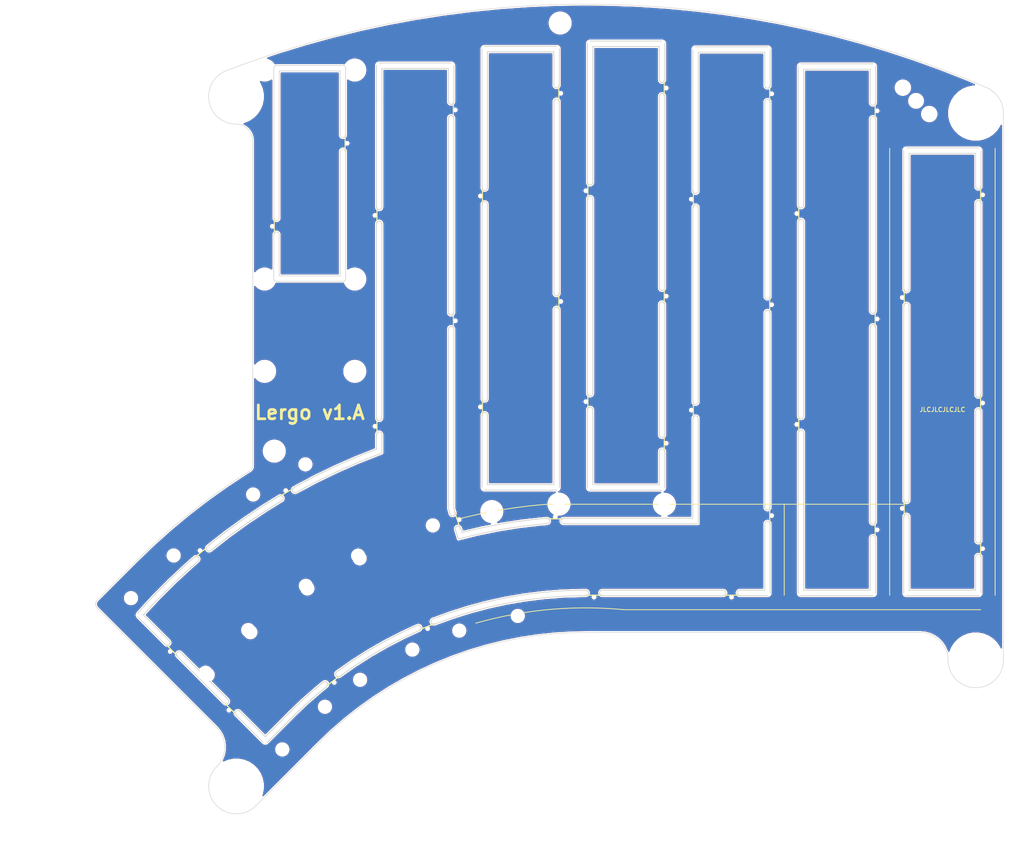
<source format=kicad_pcb>
(kicad_pcb (version 20171130) (host pcbnew 5.1.12-84ad8e8a86~92~ubuntu20.04.1)
  (title_block (title "Lergo top plate with rails, less routing") (date 2021-11-15) (rev v1.A) (company "Axel Voitier") (comment 1 "SPDX-License-Identifier: CERN-OHL-W-2.0") (comment 2 "Less routing variant") (comment 3 "Rail based layout variant"))
  (layers (0 F.Cu signal) (31 B.Cu signal) (34 B.Paste user hide) (35 F.Paste user hide) (36 B.SilkS user hide) (37 F.SilkS user) (38 B.Mask user hide) (39 F.Mask user hide) (44 Edge.Cuts user))
  (net 0 "")
  (module "Lergo Footprints:Pimoroni_Trackball" (layer F.Cu) (at 141.81562 120.590179 284.1)
    (fp_text reference REF**)
    (fp_text value Pimoroni_Trackball)
    (pad "" np_thru_hole circle (at 9.8 5.45 284.1) (size 2.2 2.2) (drill 2.2) (layers *.Cu *.Mask))
    (pad "" np_thru_hole circle (at -9.8 5.45 284.1) (size 2.2 2.2) (drill 2.2) (layers *.Cu *.Mask))
    (pad "" np_thru_hole circle (at 9.8 -5.45 284.1) (size 2.2 2.2) (drill 2.2) (layers *.Cu *.Mask))
    (pad "" smd circle (at -9.800001 -5.45 284.1) (size 1 1) (layers F.Cu F.Paste F.Mask))
  )
  (module "Lergo Footprints:Pimoroni_Trackball" (layer F.Cu) (at 120.825382 129.092101 300)
    (fp_text reference REF**)
    (fp_text value Pimoroni_Trackball)
    (pad "" np_thru_hole circle (at -9.8 -5.45 300) (size 2.2 2.2) (drill 2.2) (layers *.Cu *.Mask))
    (pad "" np_thru_hole circle (at 9.8 -5.45 300) (size 2.2 2.2) (drill 2.2) (layers *.Cu *.Mask))
    (pad "" np_thru_hole circle (at -9.8 5.45 300) (size 2.2 2.2) (drill 2.2) (layers *.Cu *.Mask))
    (pad "" np_thru_hole circle (at 9.8 5.45 300) (size 2.2 2.2) (drill 2.2) (layers *.Cu *.Mask))
  )
  (module "Lergo Footprints:Pimoroni_Trackball" (layer F.Cu) (at 103.869549 142.102768 315)
    (fp_text reference REF**)
    (fp_text value Pimoroni_Trackball)
    (pad "" np_thru_hole circle (at 9.8 5.45 315) (size 2.2 2.2) (drill 2.2) (layers *.Cu *.Mask))
    (pad "" np_thru_hole circle (at -9.8 5.45 315) (size 2.2 2.2) (drill 2.2) (layers *.Cu *.Mask))
    (pad "" np_thru_hole circle (at 9.8 -5.45 315) (size 2.2 2.2) (drill 2.2) (layers *.Cu *.Mask))
    (pad "" np_thru_hole circle (at -9.8 -5.45 315) (size 2.2 2.2) (drill 2.2) (layers *.Cu *.Mask))
  )
  (module "Lergo Footprints:Pimoroni_Trackball" (layer F.Cu) (at 90.399165 128.632384 135)
    (fp_text reference REF**)
    (fp_text value Pimoroni_Trackball)
    (pad "" np_thru_hole circle (at -9.8 -5.45 135) (size 2.2 2.2) (drill 2.2) (layers *.Cu *.Mask))
    (pad "" np_thru_hole circle (at 9.8 -5.45 135) (size 2.2 2.2) (drill 2.2) (layers *.Cu *.Mask))
    (pad "" np_thru_hole circle (at -9.8 5.45 135) (size 2.2 2.2) (drill 2.2) (layers *.Cu *.Mask))
    (pad "" np_thru_hole circle (at 9.8 5.45 135) (size 2.2 2.2) (drill 2.2) (layers *.Cu *.Mask))
  )
  (module "Lergo Footprints:Pimoroni_Trackball" (layer F.Cu) (at 111.300382 112.594317 300)
    (fp_text reference REF**)
    (fp_text value Pimoroni_Trackball)
    (pad "" np_thru_hole circle (at 9.8 5.45 300) (size 2.2 2.2) (drill 2.2) (layers *.Cu *.Mask))
    (pad "" np_thru_hole circle (at -9.8 5.45 300) (size 2.2 2.2) (drill 2.2) (layers *.Cu *.Mask))
    (pad "" np_thru_hole circle (at 9.8 -5.45 300) (size 2.2 2.2) (drill 2.2) (layers *.Cu *.Mask))
    (pad "" np_thru_hole circle (at -9.8 -5.45 300) (size 2.2 2.2) (drill 2.2) (layers *.Cu *.Mask))
  )
  (module "Lergo Footprints:CherryMX_Lergo_v1_TopPlate_2u_1u_Rail_End_Less_Routing" (layer F.Cu) (at 97.135413 135.364647 45)
    (fp_text reference SW2 hide)
    (fp_text value KEY_SWITCH hide)
    (fp_line (start -6 15.525) (end 0 15.525) (layer Edge.Cuts) (width 0.15))
    (fp_line (start -6.5 16.525) (end 0 16.525) (layer Edge.Cuts) (width 0.15))
    (fp_line (start -7 -16.025) (end -7 -9) (layer Edge.Cuts) (width 0.15))
    (fp_line (start -7 9) (end -7 16.025) (layer Edge.Cuts) (width 0.15))
    (fp_line (start -6 9) (end -6 15.525) (layer Edge.Cuts) (width 0.15))
    (fp_line (start -6 -15.525) (end -6 -9) (layer Edge.Cuts) (width 0.15))
    (fp_line (start -6 -6) (end -6 6) (layer Edge.Cuts) (width 0.15))
    (fp_line (start -7 -6) (end -7 6) (layer Edge.Cuts) (width 0.15))
    (fp_line (start -6.9 -9) (end -6.9 -6) (layer F.SilkS) (width 0.2))
    (fp_line (start -6.9 6) (end -6.9 9) (layer F.SilkS) (width 0.2))
    (fp_arc (start -6.5 -6) (end -6 -6) (angle -180) (layer Edge.Cuts) (width 0.15))
    (fp_arc (start -6.5 -9) (end -7 -9) (angle -180) (layer Edge.Cuts) (width 0.15))
    (fp_arc (start -6.5 9) (end -6 9) (angle -180) (layer Edge.Cuts) (width 0.15))
    (fp_arc (start -6.5 6) (end -7 6) (angle -180) (layer Edge.Cuts) (width 0.15))
    (fp_arc (start -6.5 -16.025) (end -6.5 -16.525) (angle -90) (layer Edge.Cuts) (width 0.15))
    (fp_arc (start -6.5 16.025) (end -7 16.025) (angle -90) (layer Edge.Cuts) (width 0.15))
    (pad "" np_thru_hole circle (at -7.25 7.5 135) (size 0.5 0.5) (drill 0.5) (layers *.Cu *.Mask))
    (pad "" np_thru_hole circle (at -7.25 -7.5 135) (size 0.5 0.5) (drill 0.5) (layers *.Cu *.Mask))
    (pad "" np_thru_hole circle (at -6.7 -16.225 45) (size 0.6 0.6) (drill 0.6) (layers *.Cu))
    (pad "" np_thru_hole circle (at -6.7 16.225 45) (size 0.6 0.6) (drill 0.6) (layers *.Cu))
  )
  (module "Lergo Footprints:Slot_Tab_1mm_2mm" (layer F.Cu) (at 107.940382 106.774626 30)
    (fp_text reference REF** hide)
    (fp_text value Slot_1.2mm_7.4.mm)
    (fp_line (start -1.5 -0.4) (end 1.5 -0.4) (layer F.SilkS) (width 0.2))
    (fp_arc (start 1.5 0) (end 1.5 -0.5) (angle -180) (layer Edge.Cuts) (width 0.15))
    (fp_arc (start -1.5 0) (end -1.5 0.5) (angle -180) (layer Edge.Cuts) (width 0.15))
    (pad "" np_thru_hole circle (at 0 -0.75 120) (size 0.5 0.5) (drill 0.5) (layers *.Cu *.Mask))
  )
  (module "Lergo Footprints:Slot_Tab_1mm_2mm" (layer F.Cu) (at 92.570723 117.536577 40)
    (fp_text reference REF** hide)
    (fp_text value Slot_1.2mm_7.4.mm)
    (fp_line (start -1.5 -0.4) (end 1.5 -0.4) (layer F.SilkS) (width 0.2))
    (fp_arc (start 1.5 0) (end 1.5 -0.5) (angle -180) (layer Edge.Cuts) (width 0.15))
    (fp_arc (start -1.5 0) (end -1.5 0.5) (angle -180) (layer Edge.Cuts) (width 0.15))
    (pad "" np_thru_hole circle (at 0 -0.75 130) (size 0.5 0.5) (drill 0.5) (layers *.Cu *.Mask))
  )
  (module "Lergo Footprints:Slot_Tab_1mm_2mm" (layer F.Cu) (at 132.915618 130.356181 202.5)
    (fp_text reference REF** hide)
    (fp_text value Slot_1.2mm_7.4.mm)
    (fp_line (start -1.5 -0.4) (end 1.5 -0.4) (layer F.SilkS) (width 0.2))
    (fp_arc (start 1.5 0) (end 1.5 -0.5) (angle -180) (layer Edge.Cuts) (width 0.15))
    (fp_arc (start -1.5 0) (end -1.5 0.5) (angle -180) (layer Edge.Cuts) (width 0.15))
    (pad "" np_thru_hole circle (at 0 -0.75 292.5) (size 0.5 0.5) (drill 0.5) (layers *.Cu *.Mask))
  )
  (module "Lergo Footprints:Slot_Tab_1mm_2mm" (layer F.Cu) (at 163.260001 124.620001 180)
    (fp_text reference REF** hide)
    (fp_text value Slot_1.2mm_7.4.mm)
    (fp_line (start -1.5 -0.4) (end 1.5 -0.4) (layer F.SilkS) (width 0.2))
    (fp_arc (start 1.5 0) (end 1.5 -0.5) (angle -180) (layer Edge.Cuts) (width 0.15))
    (fp_arc (start -1.5 0) (end -1.5 0.5) (angle -180) (layer Edge.Cuts) (width 0.15))
    (pad "" np_thru_hole circle (at 0 -0.75 270) (size 0.5 0.5) (drill 0.5) (layers *.Cu *.Mask))
  )
  (module "Lergo Footprints:Slot_Tab_1mm_2mm" (layer F.Cu) (at 115.874989 140.194592 217.5)
    (fp_text reference REF** hide)
    (fp_text value Slot_1.2mm_7.4.mm)
    (fp_line (start -1.5 -0.4) (end 1.5 -0.4) (layer F.SilkS) (width 0.2))
    (fp_arc (start 1.5 0) (end 1.5 -0.5) (angle -180) (layer Edge.Cuts) (width 0.15))
    (fp_arc (start -1.5 0) (end -1.5 0.5) (angle -180) (layer Edge.Cuts) (width 0.15))
    (pad "" np_thru_hole circle (at 0 -0.75 307.5) (size 0.5 0.5) (drill 0.5) (layers *.Cu *.Mask))
  )
  (module "Lergo Footprints:Slot_Tab_1mm_2mm" (layer F.Cu) (at 124.45 94.51 90)
    (fp_text reference REF** hide)
    (fp_text value Slot_1.2mm_7.4.mm)
    (fp_line (start -1.5 -0.4) (end 1.5 -0.4) (layer F.SilkS) (width 0.2))
    (fp_arc (start 1.5 0) (end 1.5 -0.5) (angle -180) (layer Edge.Cuts) (width 0.15))
    (fp_arc (start -1.5 0) (end -1.5 0.5) (angle -180) (layer Edge.Cuts) (width 0.15))
    (pad "" np_thru_hole circle (at 0 -0.75 180) (size 0.5 0.5) (drill 0.5) (layers *.Cu *.Mask))
  )
  (module "Lergo Footprints:Slot_Tab_1mm_2mm" (layer F.Cu) (at 138.2 111.61 289)
    (fp_text reference REF** hide)
    (fp_text value Slot_1.2mm_7.4.mm)
    (fp_line (start -1.5 -0.4) (end 1.5 -0.4) (layer F.SilkS) (width 0.2))
    (fp_arc (start 1.5 0) (end 1.5 -0.5) (angle -180) (layer Edge.Cuts) (width 0.15))
    (fp_arc (start -1.5 0) (end -1.5 0.5) (angle -180) (layer Edge.Cuts) (width 0.15))
    (pad "" np_thru_hole circle (at 0 -0.75 19) (size 0.5 0.5) (drill 0.5) (layers *.Cu *.Mask))
  )
  (module "Lergo Footprints:Slot_Tab_1mm_2mm" (layer F.Cu) (at 137.45 75.46 270)
    (fp_text reference REF** hide)
    (fp_text value Slot_1.2mm_7.4.mm)
    (fp_line (start -1.5 -0.4) (end 1.5 -0.4) (layer F.SilkS) (width 0.2))
    (fp_arc (start 1.5 0) (end 1.5 -0.5) (angle -180) (layer Edge.Cuts) (width 0.15))
    (fp_arc (start -1.5 0) (end -1.5 0.5) (angle -180) (layer Edge.Cuts) (width 0.15))
    (pad "" np_thru_hole circle (at 0 -0.75) (size 0.5 0.5) (drill 0.5) (layers *.Cu *.Mask))
  )
  (module "Lergo Footprints:Slot_Tab_1mm_2mm" (layer F.Cu) (at 124.45 56.41 90)
    (fp_text reference REF** hide)
    (fp_text value Slot_1.2mm_7.4.mm)
    (fp_line (start -1.5 -0.4) (end 1.5 -0.4) (layer F.SilkS) (width 0.2))
    (fp_arc (start 1.5 0) (end 1.5 -0.5) (angle -180) (layer Edge.Cuts) (width 0.15))
    (fp_arc (start -1.5 0) (end -1.5 0.5) (angle -180) (layer Edge.Cuts) (width 0.15))
    (pad "" np_thru_hole circle (at 0 -0.75 180) (size 0.5 0.5) (drill 0.5) (layers *.Cu *.Mask))
  )
  (module "Lergo Footprints:Slot_Tab_1mm_2mm" (layer F.Cu) (at 137.45 37.36 270)
    (fp_text reference REF** hide)
    (fp_text value Slot_1.2mm_7.4.mm)
    (fp_line (start -1.5 -0.4) (end 1.5 -0.4) (layer F.SilkS) (width 0.2))
    (fp_arc (start 1.5 0) (end 1.5 -0.5) (angle -180) (layer Edge.Cuts) (width 0.15))
    (fp_arc (start -1.5 0) (end -1.5 0.5) (angle -180) (layer Edge.Cuts) (width 0.15))
    (pad "" np_thru_hole circle (at 0 -0.75) (size 0.5 0.5) (drill 0.5) (layers *.Cu *.Mask))
  )
  (module "Lergo Footprints:Slot_Tab_1mm_2mm" (layer F.Cu) (at 156.26 111.62)
    (fp_text reference REF** hide)
    (fp_text value Slot_1.2mm_7.4.mm)
    (fp_line (start -1.5 -0.4) (end 1.5 -0.4) (layer F.SilkS) (width 0.2))
    (fp_arc (start 1.5 0) (end 1.5 -0.5) (angle -180) (layer Edge.Cuts) (width 0.15))
    (fp_arc (start -1.5 0) (end -1.5 0.5) (angle -180) (layer Edge.Cuts) (width 0.15))
    (pad "" np_thru_hole circle (at 0 -0.75 90) (size 0.5 0.5) (drill 0.5) (layers *.Cu *.Mask))
  )
  (module "Lergo Footprints:Slot_Tab_1mm_2mm" (layer F.Cu) (at 188.1 124.62 180)
    (fp_text reference REF** hide)
    (fp_text value Slot_1.2mm_7.4.mm)
    (fp_line (start -1.5 -0.4) (end 1.5 -0.4) (layer F.SilkS) (width 0.2))
    (fp_arc (start 1.5 0) (end 1.5 -0.5) (angle -180) (layer Edge.Cuts) (width 0.15))
    (fp_arc (start -1.5 0) (end -1.5 0.5) (angle -180) (layer Edge.Cuts) (width 0.15))
    (pad "" np_thru_hole circle (at 0 -0.75 270) (size 0.5 0.5) (drill 0.5) (layers *.Cu *.Mask))
  )
  (module "Lergo Footprints:Slot_Tab_1mm_2mm" (layer F.Cu) (at 181.6 91.59 90)
    (fp_text reference REF** hide)
    (fp_text value Slot_1.2mm_7.4.mm)
    (fp_line (start -1.5 -0.4) (end 1.5 -0.4) (layer F.SilkS) (width 0.2))
    (fp_arc (start 1.5 0) (end 1.5 -0.5) (angle -180) (layer Edge.Cuts) (width 0.15))
    (fp_arc (start -1.5 0) (end -1.5 0.5) (angle -180) (layer Edge.Cuts) (width 0.15))
    (pad "" np_thru_hole circle (at 0 -0.75 180) (size 0.5 0.5) (drill 0.5) (layers *.Cu *.Mask))
  )
  (module "Lergo Footprints:Slot_Tab_1mm_2mm" (layer F.Cu) (at 194.6 110.64 270)
    (fp_text reference REF** hide)
    (fp_text value Slot_1.2mm_7.4.mm)
    (fp_line (start -1.5 -0.4) (end 1.5 -0.4) (layer F.SilkS) (width 0.2))
    (fp_arc (start 1.5 0) (end 1.5 -0.5) (angle -180) (layer Edge.Cuts) (width 0.15))
    (fp_arc (start -1.5 0) (end -1.5 0.5) (angle -180) (layer Edge.Cuts) (width 0.15))
    (pad "" np_thru_hole circle (at 0 -0.75) (size 0.5 0.5) (drill 0.5) (layers *.Cu *.Mask))
  )
  (module "Lergo Footprints:Slot_Tab_1mm_2mm" (layer F.Cu) (at 194.6 72.54 270)
    (fp_text reference REF** hide)
    (fp_text value Slot_1.2mm_7.4.mm)
    (fp_line (start -1.5 -0.4) (end 1.5 -0.4) (layer F.SilkS) (width 0.2))
    (fp_arc (start 1.5 0) (end 1.5 -0.5) (angle -180) (layer Edge.Cuts) (width 0.15))
    (fp_arc (start -1.5 0) (end -1.5 0.5) (angle -180) (layer Edge.Cuts) (width 0.15))
    (pad "" np_thru_hole circle (at 0 -0.75) (size 0.5 0.5) (drill 0.5) (layers *.Cu *.Mask))
  )
  (module "Lergo Footprints:Slot_Tab_1mm_2mm" (layer F.Cu) (at 181.6 53.49 90)
    (fp_text reference REF** hide)
    (fp_text value Slot_1.2mm_7.4.mm)
    (fp_line (start -1.5 -0.4) (end 1.5 -0.4) (layer F.SilkS) (width 0.2))
    (fp_arc (start 1.5 0) (end 1.5 -0.5) (angle -180) (layer Edge.Cuts) (width 0.15))
    (fp_arc (start -1.5 0) (end -1.5 0.5) (angle -180) (layer Edge.Cuts) (width 0.15))
    (pad "" np_thru_hole circle (at 0 -0.75 180) (size 0.5 0.5) (drill 0.5) (layers *.Cu *.Mask))
  )
  (module "Lergo Footprints:Slot_Tab_1mm_2mm" (layer F.Cu) (at 194.6 34.44 270)
    (fp_text reference REF** hide)
    (fp_text value Slot_1.2mm_7.4.mm)
    (fp_line (start -1.5 -0.4) (end 1.5 -0.4) (layer F.SilkS) (width 0.2))
    (fp_arc (start 1.5 0) (end 1.5 -0.5) (angle -180) (layer Edge.Cuts) (width 0.15))
    (fp_arc (start -1.5 0) (end -1.5 0.5) (angle -180) (layer Edge.Cuts) (width 0.15))
    (pad "" np_thru_hole circle (at 0 -0.75) (size 0.5 0.5) (drill 0.5) (layers *.Cu *.Mask))
  )
  (module "Lergo Footprints:Slot_Tab_1mm_2mm" (layer F.Cu) (at 143.5 91.01 90)
    (fp_text reference REF** hide)
    (fp_text value Slot_1.2mm_7.4.mm)
    (fp_line (start -1.5 -0.4) (end 1.5 -0.4) (layer F.SilkS) (width 0.2))
    (fp_arc (start 1.5 0) (end 1.5 -0.5) (angle -180) (layer Edge.Cuts) (width 0.15))
    (fp_arc (start -1.5 0) (end -1.5 0.5) (angle -180) (layer Edge.Cuts) (width 0.15))
    (pad "" np_thru_hole circle (at 0 -0.75 180) (size 0.5 0.5) (drill 0.5) (layers *.Cu *.Mask))
  )
  (module "Lergo Footprints:Slot_Tab_1mm_2mm" (layer F.Cu) (at 156.5 71.96 270)
    (fp_text reference REF** hide)
    (fp_text value Slot_1.2mm_7.4.mm)
    (fp_line (start -1.5 -0.4) (end 1.5 -0.4) (layer F.SilkS) (width 0.2))
    (fp_arc (start 1.5 0) (end 1.5 -0.5) (angle -180) (layer Edge.Cuts) (width 0.15))
    (fp_arc (start -1.5 0) (end -1.5 0.5) (angle -180) (layer Edge.Cuts) (width 0.15))
    (pad "" np_thru_hole circle (at 0 -0.75) (size 0.5 0.5) (drill 0.5) (layers *.Cu *.Mask))
  )
  (module "Lergo Footprints:Slot_Tab_1mm_2mm" (layer F.Cu) (at 143.5 52.91 90)
    (fp_text reference REF** hide)
    (fp_text value Slot_1.2mm_7.4.mm)
    (fp_line (start -1.5 -0.4) (end 1.5 -0.4) (layer F.SilkS) (width 0.2))
    (fp_arc (start 1.5 0) (end 1.5 -0.5) (angle -180) (layer Edge.Cuts) (width 0.15))
    (fp_arc (start -1.5 0) (end -1.5 0.5) (angle -180) (layer Edge.Cuts) (width 0.15))
    (pad "" np_thru_hole circle (at 0 -0.75 180) (size 0.5 0.5) (drill 0.5) (layers *.Cu *.Mask))
  )
  (module "Lergo Footprints:Slot_Tab_1mm_2mm" (layer F.Cu) (at 156.5 34.36 270)
    (fp_text reference REF** hide)
    (fp_text value Slot_1.2mm_7.4.mm)
    (fp_line (start -1.5 -0.4) (end 1.5 -0.4) (layer F.SilkS) (width 0.2))
    (fp_arc (start 1.5 0) (end 1.5 -0.5) (angle -180) (layer Edge.Cuts) (width 0.15))
    (fp_arc (start -1.5 0) (end -1.5 0.5) (angle -180) (layer Edge.Cuts) (width 0.15))
    (pad "" np_thru_hole circle (at 0 -0.75) (size 0.5 0.5) (drill 0.5) (layers *.Cu *.Mask))
  )
  (module "Lergo Footprints:Slot_Tab_1mm_2mm" (layer F.Cu) (at 162.55 90.05 90)
    (fp_text reference REF** hide)
    (fp_text value Slot_1.2mm_7.4.mm)
    (fp_line (start -1.5 -0.4) (end 1.5 -0.4) (layer F.SilkS) (width 0.2))
    (fp_arc (start 1.5 0) (end 1.5 -0.5) (angle -180) (layer Edge.Cuts) (width 0.15))
    (fp_arc (start -1.5 0) (end -1.5 0.5) (angle -180) (layer Edge.Cuts) (width 0.15))
    (pad "" np_thru_hole circle (at 0 -0.75 180) (size 0.5 0.5) (drill 0.5) (layers *.Cu *.Mask))
  )
  (module "Lergo Footprints:Slot_Tab_1mm_2mm" (layer F.Cu) (at 175.55 97.57 270)
    (fp_text reference REF** hide)
    (fp_text value Slot_1.2mm_7.4.mm)
    (fp_line (start -1.5 -0.4) (end 1.5 -0.4) (layer F.SilkS) (width 0.2))
    (fp_arc (start 1.5 0) (end 1.5 -0.5) (angle -180) (layer Edge.Cuts) (width 0.15))
    (fp_arc (start -1.5 0) (end -1.5 0.5) (angle -180) (layer Edge.Cuts) (width 0.15))
    (pad "" np_thru_hole circle (at 0 -0.75) (size 0.5 0.5) (drill 0.5) (layers *.Cu *.Mask))
  )
  (module "Lergo Footprints:Slot_Tab_1mm_2mm" (layer F.Cu) (at 175.55 71 270)
    (fp_text reference REF** hide)
    (fp_text value Slot_1.2mm_7.4.mm)
    (fp_line (start -1.5 -0.4) (end 1.5 -0.4) (layer F.SilkS) (width 0.2))
    (fp_arc (start 1.5 0) (end 1.5 -0.5) (angle -180) (layer Edge.Cuts) (width 0.15))
    (fp_arc (start -1.5 0) (end -1.5 0.5) (angle -180) (layer Edge.Cuts) (width 0.15))
    (pad "" np_thru_hole circle (at 0 -0.75) (size 0.5 0.5) (drill 0.5) (layers *.Cu *.Mask))
  )
  (module "Lergo Footprints:Slot_Tab_1mm_2mm" (layer F.Cu) (at 162.55 51.95 90)
    (fp_text reference REF** hide)
    (fp_text value Slot_1.2mm_7.4.mm)
    (fp_line (start -1.5 -0.4) (end 1.5 -0.4) (layer F.SilkS) (width 0.2))
    (fp_arc (start 1.5 0) (end 1.5 -0.5) (angle -180) (layer Edge.Cuts) (width 0.15))
    (fp_arc (start -1.5 0) (end -1.5 0.5) (angle -180) (layer Edge.Cuts) (width 0.15))
    (pad "" np_thru_hole circle (at 0 -0.75 180) (size 0.5 0.5) (drill 0.5) (layers *.Cu *.Mask))
  )
  (module "Lergo Footprints:Slot_Tab_1mm_2mm" (layer F.Cu) (at 175.55 33.4 270)
    (fp_text reference REF** hide)
    (fp_text value Slot_1.2mm_7.4.mm)
    (fp_line (start -1.5 -0.4) (end 1.5 -0.4) (layer F.SilkS) (width 0.2))
    (fp_arc (start 1.5 0) (end 1.5 -0.5) (angle -180) (layer Edge.Cuts) (width 0.15))
    (fp_arc (start -1.5 0) (end -1.5 0.5) (angle -180) (layer Edge.Cuts) (width 0.15))
    (pad "" np_thru_hole circle (at 0 -0.75) (size 0.5 0.5) (drill 0.5) (layers *.Cu *.Mask))
  )
  (module "Lergo Footprints:Slot_Tab_1mm_2mm" (layer F.Cu) (at 200.65 94.17 90)
    (fp_text reference REF** hide)
    (fp_text value Slot_1.2mm_7.4.mm)
    (fp_line (start -1.5 -0.4) (end 1.5 -0.4) (layer F.SilkS) (width 0.2))
    (fp_arc (start 1.5 0) (end 1.5 -0.5) (angle -180) (layer Edge.Cuts) (width 0.15))
    (fp_arc (start -1.5 0) (end -1.5 0.5) (angle -180) (layer Edge.Cuts) (width 0.15))
    (pad "" np_thru_hole circle (at 0 -0.75 180) (size 0.5 0.5) (drill 0.5) (layers *.Cu *.Mask))
  )
  (module "Lergo Footprints:Slot_Tab_1mm_2mm" (layer F.Cu) (at 200.65 56.07 90)
    (fp_text reference REF** hide)
    (fp_text value Slot_1.2mm_7.4.mm)
    (fp_line (start -1.5 -0.4) (end 1.5 -0.4) (layer F.SilkS) (width 0.2))
    (fp_arc (start 1.5 0) (end 1.5 -0.5) (angle -180) (layer Edge.Cuts) (width 0.15))
    (fp_arc (start -1.5 0) (end -1.5 0.5) (angle -180) (layer Edge.Cuts) (width 0.15))
    (pad "" np_thru_hole circle (at 0 -0.75 180) (size 0.5 0.5) (drill 0.5) (layers *.Cu *.Mask))
  )
  (module "Lergo Footprints:Slot_Tab_1mm_2mm" (layer F.Cu) (at 213.65 113.22 270)
    (fp_text reference REF** hide)
    (fp_text value Slot_1.2mm_7.4.mm)
    (fp_line (start -1.5 -0.4) (end 1.5 -0.4) (layer F.SilkS) (width 0.2))
    (fp_arc (start 1.5 0) (end 1.5 -0.5) (angle -180) (layer Edge.Cuts) (width 0.15))
    (fp_arc (start -1.5 0) (end -1.5 0.5) (angle -180) (layer Edge.Cuts) (width 0.15))
    (pad "" np_thru_hole circle (at 0 -0.75) (size 0.5 0.5) (drill 0.5) (layers *.Cu *.Mask))
  )
  (module "Lergo Footprints:Slot_Tab_1mm_2mm" (layer F.Cu) (at 213.65 75.12 270)
    (fp_text reference REF** hide)
    (fp_text value Slot_1.2mm_7.4.mm)
    (fp_line (start -1.5 -0.4) (end 1.5 -0.4) (layer F.SilkS) (width 0.2))
    (fp_arc (start 1.5 0) (end 1.5 -0.5) (angle -180) (layer Edge.Cuts) (width 0.15))
    (fp_arc (start -1.5 0) (end -1.5 0.5) (angle -180) (layer Edge.Cuts) (width 0.15))
    (pad "" np_thru_hole circle (at 0 -0.75) (size 0.5 0.5) (drill 0.5) (layers *.Cu *.Mask))
  )
  (module "Lergo Footprints:Slot_Tab_1mm_2mm" (layer F.Cu) (at 213.65 37.52 270)
    (fp_text reference REF** hide)
    (fp_text value Slot_1.2mm_7.4.mm)
    (fp_line (start -1.5 -0.4) (end 1.5 -0.4) (layer F.SilkS) (width 0.2))
    (fp_arc (start 1.5 0) (end 1.5 -0.5) (angle -180) (layer Edge.Cuts) (width 0.15))
    (fp_arc (start -1.5 0) (end -1.5 0.5) (angle -180) (layer Edge.Cuts) (width 0.15))
    (pad "" np_thru_hole circle (at 0 -0.75) (size 0.5 0.5) (drill 0.5) (layers *.Cu *.Mask))
  )
  (module "Lergo Footprints:Slot_Tab_1mm_2mm" (layer F.Cu) (at 232.7 116.62 270)
    (fp_text reference REF** hide)
    (fp_text value Slot_1.2mm_7.4.mm)
    (fp_line (start -1.5 -0.4) (end 1.5 -0.4) (layer F.SilkS) (width 0.2))
    (fp_arc (start 1.5 0) (end 1.5 -0.5) (angle -180) (layer Edge.Cuts) (width 0.15))
    (fp_arc (start -1.5 0) (end -1.5 0.5) (angle -180) (layer Edge.Cuts) (width 0.15))
    (pad "" np_thru_hole circle (at 0 -0.75) (size 0.5 0.5) (drill 0.5) (layers *.Cu *.Mask))
  )
  (module "Lergo Footprints:Slot_Tab_1mm_2mm" (layer F.Cu) (at 219.7 109.35 90)
    (fp_text reference REF** hide)
    (fp_text value Slot_1.2mm_7.4.mm)
    (fp_line (start -1.5 -0.4) (end 1.5 -0.4) (layer F.SilkS) (width 0.2))
    (fp_arc (start 1.5 0) (end 1.5 -0.5) (angle -180) (layer Edge.Cuts) (width 0.15))
    (fp_arc (start -1.5 0) (end -1.5 0.5) (angle -180) (layer Edge.Cuts) (width 0.15))
    (pad "" np_thru_hole circle (at 0 -0.75 180) (size 0.5 0.5) (drill 0.5) (layers *.Cu *.Mask))
  )
  (module "Lergo Footprints:Slot_Tab_1mm_2mm" (layer F.Cu) (at 219.7 71.25 90)
    (fp_text reference REF** hide)
    (fp_text value Slot_1.2mm_7.4.mm)
    (fp_line (start -1.5 -0.4) (end 1.5 -0.4) (layer F.SilkS) (width 0.2))
    (fp_arc (start 1.5 0) (end 1.5 -0.5) (angle -180) (layer Edge.Cuts) (width 0.15))
    (fp_arc (start -1.5 0) (end -1.5 0.5) (angle -180) (layer Edge.Cuts) (width 0.15))
    (pad "" np_thru_hole circle (at 0 -0.75 180) (size 0.5 0.5) (drill 0.5) (layers *.Cu *.Mask))
  )
  (module "Lergo Footprints:Slot_Tab_1mm_2mm" (layer F.Cu) (at 232.7 90.3 270)
    (fp_text reference REF** hide)
    (fp_text value Slot_1.2mm_7.4.mm)
    (fp_line (start -1.5 -0.4) (end 1.5 -0.4) (layer F.SilkS) (width 0.2))
    (fp_arc (start 1.5 0) (end 1.5 -0.5) (angle -180) (layer Edge.Cuts) (width 0.15))
    (fp_arc (start -1.5 0) (end -1.5 0.5) (angle -180) (layer Edge.Cuts) (width 0.15))
    (pad "" np_thru_hole circle (at 0 -0.75) (size 0.5 0.5) (drill 0.5) (layers *.Cu *.Mask))
  )
  (module "Lergo Footprints:Slot_Tab_1mm_2mm" (layer F.Cu) (at 232.7 52.7 270)
    (fp_text reference REF** hide)
    (fp_text value Slot_1.2mm_7.4.mm)
    (fp_line (start -1.5 -0.4) (end 1.5 -0.4) (layer F.SilkS) (width 0.2))
    (fp_arc (start 1.5 0) (end 1.5 -0.5) (angle -180) (layer Edge.Cuts) (width 0.15))
    (fp_arc (start -1.5 0) (end -1.5 0.5) (angle -180) (layer Edge.Cuts) (width 0.15))
    (pad "" np_thru_hole circle (at 0 -0.75) (size 0.5 0.5) (drill 0.5) (layers *.Cu *.Mask))
  )
  (module "Lergo Footprints:Arduino_ProMicro_Lergo_v1_TopPlate_Less_Routing" (layer F.Cu) (at 111.9 58.3875)
    (fp_text reference SW2 hide)
    (fp_text value "PRO MICRO" hide)
    (fp_line (start 5.5 -13.5) (end 5.5 8.94) (layer Edge.Cuts) (width 0.12))
    (fp_line (start 6.5 -28.56) (end 6.5 -16.5) (layer Edge.Cuts) (width 0.12))
    (fp_line (start -6.5 -1.5) (end -6.5 -28.56) (layer Edge.Cuts) (width 0.12))
    (fp_line (start -5.5 -1.5) (end -5.5 -28.06) (layer Edge.Cuts) (width 0.12))
    (fp_line (start -6.5 9.44) (end -6.5 1.5) (layer Edge.Cuts) (width 0.12))
    (fp_line (start 6 9.94) (end -6 9.94) (layer Edge.Cuts) (width 0.12))
    (fp_line (start 6.5 -13.5) (end 6.5 9.44) (layer Edge.Cuts) (width 0.12))
    (fp_line (start -6 -29.06) (end 6 -29.06) (layer Edge.Cuts) (width 0.12))
    (fp_line (start -5.5 -28.06) (end 5.5 -28.06) (layer Edge.Cuts) (width 0.12))
    (fp_line (start 5.5 -28.06) (end 5.5 -16.5) (layer Edge.Cuts) (width 0.12))
    (fp_line (start -5.5 8.94) (end -5.5 1.5) (layer Edge.Cuts) (width 0.12))
    (fp_line (start 5.5 8.94) (end -5.5 8.94) (layer Edge.Cuts) (width 0.12))
    (fp_line (start 6.4 -16.5) (end 6.4 -13.5) (layer F.SilkS) (width 0.2))
    (fp_line (start -6.4 -1.5) (end -6.4 1.5) (layer F.SilkS) (width 0.2))
    (fp_arc (start 6 -13.5) (end 6.5 -13.5) (angle -180) (layer Edge.Cuts) (width 0.12))
    (fp_arc (start 6 -16.5) (end 5.5 -16.5) (angle -180) (layer Edge.Cuts) (width 0.12))
    (fp_arc (start -6 1.5) (end -5.5 1.5) (angle -180) (layer Edge.Cuts) (width 0.12))
    (fp_arc (start -6 -1.5) (end -6.5 -1.5) (angle -180) (layer Edge.Cuts) (width 0.12))
    (fp_arc (start 6 -28.56) (end 6.5 -28.56) (angle -90) (layer Edge.Cuts) (width 0.12))
    (fp_arc (start -6 -28.56) (end -6 -29.06) (angle -90) (layer Edge.Cuts) (width 0.12))
    (fp_arc (start -6 9.44) (end -6.5 9.44) (angle -90) (layer Edge.Cuts) (width 0.12))
    (fp_arc (start 6 9.44) (end 6 9.94) (angle -90) (layer Edge.Cuts) (width 0.12))
    (pad "" np_thru_hole circle (at 6.75 -15 90) (size 0.5 0.5) (drill 0.5) (layers *.Cu *.Mask))
    (pad "" np_thru_hole circle (at -6.75 0 90) (size 0.5 0.5) (drill 0.5) (layers *.Cu *.Mask))
    (pad "" np_thru_hole circle (at -8.14375 26.19375) (size 2 2) (drill 2) (layers *.Cu *.Mask) (clearance 1.1))
    (pad "" np_thru_hole circle (at 8.14375 -28.23) (size 2 2) (drill 2) (layers *.Cu *.Mask) (clearance 1.1))
    (pad "" np_thru_hole circle (at 8.14375 9.525) (size 2 2) (drill 2) (layers *.Cu *.Mask) (clearance 1.1))
    (pad "" np_thru_hole circle (at -8.14375 9.525) (size 2 2) (drill 2) (layers *.Cu *.Mask) (clearance 1.1))
    (pad "" np_thru_hole circle (at -8.14375 -28.23) (size 2 2) (drill 2) (layers *.Cu *.Mask) (clearance 1.1))
    (pad "" np_thru_hole circle (at 8.14375 26.19375) (size 2 2) (drill 2) (layers *.Cu *.Mask) (clearance 1.1))
  )
  (module "Lergo Footprints:M5_with_washer" (layer F.Cu) (at 98.638899 34.932171)
    (fp_text reference REF** hide)
    (fp_text value MountingHole_2.2mm_M2_ISO14580)
    (pad "" np_thru_hole circle (at 0 0) (size 5.3 5.3) (drill 5.3) (layers *.Cu *.Mask) (clearance 2.35))
  )
  (module "Lergo Footprints:M5_with_washer" (layer F.Cu) (at 98.638899 159.529137)
    (fp_text reference REF** hide)
    (fp_text value MountingHole_2.2mm_M2_ISO14580)
    (pad "" np_thru_hole circle (at 0 0) (size 5.3 5.3) (drill 5.3) (layers *.Cu *.Mask) (clearance 2.35))
  )
  (module "Lergo Footprints:M5_with_washer" (layer F.Cu) (at 232.220381 136.74)
    (fp_text reference REF** hide)
    (fp_text value MountingHole_2.2mm_M2_ISO14580)
    (pad "" np_thru_hole circle (at 0 0) (size 5.3 5.3) (drill 5.3) (layers *.Cu *.Mask) (clearance 2.35))
  )
  (module "Lergo Footprints:M5_with_washer" (layer F.Cu) (at 232.220381 37.928844)
    (fp_text reference REF** hide)
    (fp_text value MountingHole_2.2mm_M2_ISO14580)
    (pad "" np_thru_hole circle (at 0 0) (size 5.3 5.3) (drill 5.3) (layers *.Cu *.Mask) (clearance 2.35))
  )
  (module "Lergo Footprints:JLCBCB_OrderNumber" (layer F.Cu) (at 226.2 91.5)
    (fp_text reference JLCJLCJLCJLC (at 0 0) (layer F.SilkS) (effects (font (size 0.8 0.8))))
    (fp_text value JLCBCB_OrderNumber)
  )
  (module "Lergo Footprints:M2_with_washer" (layer F.Cu) (at 175.97375 108.595)
    (fp_text reference REF** hide)
    (fp_text value MountingHole_2.2mm_M2_ISO14580)
    (pad "" np_thru_hole circle (at 0 0) (size 2 2) (drill 2) (layers *.Cu *.Mask) (clearance 1.1))
  )
  (module "Lergo Footprints:M2_with_washer" (layer F.Cu) (at 156.92375 108.575)
    (fp_text reference REF** hide)
    (fp_text value MountingHole_2.2mm_M2_ISO14580)
    (pad "" np_thru_hole circle (at 0 0) (size 2 2) (drill 2) (layers *.Cu *.Mask) (clearance 1.1))
  )
  (module "Lergo Footprints:M2_with_washer" (layer F.Cu) (at 144.793444 109.920811)
    (fp_text reference REF** hide)
    (fp_text value MountingHole_2.2mm_M2_ISO14580)
    (pad "" np_thru_hole circle (at 0 0) (size 2 2) (drill 2) (layers *.Cu *.Mask) (clearance 1.1))
  )
  (module "Lergo Footprints:M2_with_washer" (layer F.Cu) (at 105.5 99)
    (fp_text reference REF** hide)
    (fp_text value MountingHole_2.2mm_M2_ISO14580)
    (pad "" np_thru_hole circle (at 0 0) (size 2 2) (drill 2) (layers *.Cu *.Mask) (clearance 1.1))
  )
  (module "Lergo Footprints:M2_with_washer" (layer F.Cu) (at 157.14375 21.659375)
    (fp_text reference REF** hide)
    (fp_text value MountingHole_2.2mm_M2_ISO14580)
    (pad "" np_thru_hole circle (at 0 0) (size 2 2) (drill 2) (layers *.Cu *.Mask) (clearance 1.1))
  )
  (module "Lergo Footprints:CherryMX_Lergo_v1_TopPlate_1u_Rail_Helper" (layer F.Cu) (at 140.570866 120.913253 15)
    (fp_text reference SW2 hide)
    (fp_text value KEY_SWITCH hide)
  )
  (module "Lergo Footprints:SK6812_Bit_Bottom" (layer F.Cu) (at 221.4375 35.721875)
    (fp_text reference SW2 hide)
    (fp_text value KEY_SWITCH hide)
    (pad "" np_thru_hole circle (at 2.38125 2.38125) (size 1.2 1.2) (drill 1.2) (layers *.Cu *.Mask) (clearance 0.9))
    (pad "" np_thru_hole circle (at -2.38125 -2.38125) (size 1.2 1.2) (drill 1.2) (layers *.Cu *.Mask) (clearance 0.9))
    (pad "" np_thru_hole circle (at 0 0) (size 2.5 2.5) (drill 2.5) (layers *.Cu *.Mask))
  )
  (module "Lergo Footprints:CherryMX_Lergo_v1_TopPlate_1u_Rail_End_Less_Routing" (layer F.Cu) (at 150 99.05 180)
    (fp_text reference SW2 hide)
    (fp_text value KEY_SWITCH hide)
    (fp_line (start 6 0) (end 6 -6) (layer Edge.Cuts) (width 0.15))
    (fp_line (start -6 -6) (end -6 0) (layer Edge.Cuts) (width 0.15))
    (fp_line (start 6 -6) (end -6 -6) (layer Edge.Cuts) (width 0.15))
    (fp_line (start 6.5 -7) (end -6.5 -7) (layer Edge.Cuts) (width 0.15))
    (fp_line (start 7 0) (end 7 -6.5) (layer Edge.Cuts) (width 0.15))
    (fp_line (start -7 -6.5) (end -7 0) (layer Edge.Cuts) (width 0.15))
    (fp_arc (start -6.5 -6.5) (end -6.5 -7) (angle -90) (layer Edge.Cuts) (width 0.15))
    (fp_arc (start 6.5 -6.5) (end 7 -6.5) (angle -90) (layer Edge.Cuts) (width 0.15))
    (pad "" np_thru_hole circle (at 6.7 -6.7 180) (size 0.6 0.6) (drill 0.6) (layers *.Cu))
    (pad "" np_thru_hole circle (at -6.7 -6.7 180) (size 0.6 0.6) (drill 0.6) (layers *.Cu))
  )
  (module "Lergo Footprints:CherryMX_Lergo_v1_TopPlate_1u_Rail_End_Less_Routing" (layer F.Cu) (at 130.95 35.86)
    (fp_text reference SW2 hide)
    (fp_text value KEY_SWITCH hide)
    (fp_line (start 6 0) (end 6 -6) (layer Edge.Cuts) (width 0.15))
    (fp_line (start -6 -6) (end -6 0) (layer Edge.Cuts) (width 0.15))
    (fp_line (start 6 -6) (end -6 -6) (layer Edge.Cuts) (width 0.15))
    (fp_line (start 6.5 -7) (end -6.5 -7) (layer Edge.Cuts) (width 0.15))
    (fp_line (start 7 0) (end 7 -6.5) (layer Edge.Cuts) (width 0.15))
    (fp_line (start -7 -6.5) (end -7 0) (layer Edge.Cuts) (width 0.15))
    (fp_arc (start -6.5 -6.5) (end -6.5 -7) (angle -90) (layer Edge.Cuts) (width 0.15))
    (fp_arc (start 6.5 -6.5) (end 7 -6.5) (angle -90) (layer Edge.Cuts) (width 0.15))
    (pad "" np_thru_hole circle (at 6.7 -6.7) (size 0.6 0.6) (drill 0.6) (layers *.Cu))
    (pad "" np_thru_hole circle (at -6.7 -6.7) (size 0.6 0.6) (drill 0.6) (layers *.Cu))
  )
  (module "Lergo Footprints:CherryMX_Lergo_v1_TopPlate_1u_Rail_End_Less_Routing" (layer F.Cu) (at 207.15 36.02)
    (fp_text reference SW2 hide)
    (fp_text value KEY_SWITCH hide)
    (fp_line (start 6 0) (end 6 -6) (layer Edge.Cuts) (width 0.15))
    (fp_line (start -6 -6) (end -6 0) (layer Edge.Cuts) (width 0.15))
    (fp_line (start 6 -6) (end -6 -6) (layer Edge.Cuts) (width 0.15))
    (fp_line (start 6.5 -7) (end -6.5 -7) (layer Edge.Cuts) (width 0.15))
    (fp_line (start 7 0) (end 7 -6.5) (layer Edge.Cuts) (width 0.15))
    (fp_line (start -7 -6.5) (end -7 0) (layer Edge.Cuts) (width 0.15))
    (fp_arc (start -6.5 -6.5) (end -6.5 -7) (angle -90) (layer Edge.Cuts) (width 0.15))
    (fp_arc (start 6.5 -6.5) (end 7 -6.5) (angle -90) (layer Edge.Cuts) (width 0.15))
    (pad "" np_thru_hole circle (at 6.7 -6.7) (size 0.6 0.6) (drill 0.6) (layers *.Cu))
    (pad "" np_thru_hole circle (at -6.7 -6.7) (size 0.6 0.6) (drill 0.6) (layers *.Cu))
  )
  (module "Lergo Footprints:CherryMX_Lergo_v1_TopPlate_1u_Rail_End_Less_Routing" (layer F.Cu) (at 188.1 32.94)
    (fp_text reference SW2 hide)
    (fp_text value KEY_SWITCH hide)
    (fp_line (start 6 0) (end 6 -6) (layer Edge.Cuts) (width 0.15))
    (fp_line (start -6 -6) (end -6 0) (layer Edge.Cuts) (width 0.15))
    (fp_line (start 6 -6) (end -6 -6) (layer Edge.Cuts) (width 0.15))
    (fp_line (start 6.5 -7) (end -6.5 -7) (layer Edge.Cuts) (width 0.15))
    (fp_line (start 7 0) (end 7 -6.5) (layer Edge.Cuts) (width 0.15))
    (fp_line (start -7 -6.5) (end -7 0) (layer Edge.Cuts) (width 0.15))
    (fp_arc (start -6.5 -6.5) (end -6.5 -7) (angle -90) (layer Edge.Cuts) (width 0.15))
    (fp_arc (start 6.5 -6.5) (end 7 -6.5) (angle -90) (layer Edge.Cuts) (width 0.15))
    (pad "" np_thru_hole circle (at 6.7 -6.7) (size 0.6 0.6) (drill 0.6) (layers *.Cu))
    (pad "" np_thru_hole circle (at -6.7 -6.7) (size 0.6 0.6) (drill 0.6) (layers *.Cu))
  )
  (module "Lergo Footprints:CherryMX_Lergo_v1_TopPlate_1u_Rail_End_Less_Routing" (layer F.Cu) (at 169.05 31.9)
    (fp_text reference SW2 hide)
    (fp_text value KEY_SWITCH hide)
    (fp_line (start 6 0) (end 6 -6) (layer Edge.Cuts) (width 0.15))
    (fp_line (start -6 -6) (end -6 0) (layer Edge.Cuts) (width 0.15))
    (fp_line (start 6 -6) (end -6 -6) (layer Edge.Cuts) (width 0.15))
    (fp_line (start 6.5 -7) (end -6.5 -7) (layer Edge.Cuts) (width 0.15))
    (fp_line (start 7 0) (end 7 -6.5) (layer Edge.Cuts) (width 0.15))
    (fp_line (start -7 -6.5) (end -7 0) (layer Edge.Cuts) (width 0.15))
    (fp_arc (start -6.5 -6.5) (end -6.5 -7) (angle -90) (layer Edge.Cuts) (width 0.15))
    (fp_arc (start 6.5 -6.5) (end 7 -6.5) (angle -90) (layer Edge.Cuts) (width 0.15))
    (pad "" np_thru_hole circle (at 6.7 -6.7) (size 0.6 0.6) (drill 0.6) (layers *.Cu))
    (pad "" np_thru_hole circle (at -6.7 -6.7) (size 0.6 0.6) (drill 0.6) (layers *.Cu))
  )
  (module "Lergo Footprints:CherryMX_Lergo_v1_TopPlate_1u_Rail_End_Less_Routing" (layer F.Cu) (at 169.05 99.07 180)
    (fp_text reference SW2 hide)
    (fp_text value KEY_SWITCH hide)
    (fp_line (start 6 0) (end 6 -6) (layer Edge.Cuts) (width 0.15))
    (fp_line (start -6 -6) (end -6 0) (layer Edge.Cuts) (width 0.15))
    (fp_line (start 6 -6) (end -6 -6) (layer Edge.Cuts) (width 0.15))
    (fp_line (start 6.5 -7) (end -6.5 -7) (layer Edge.Cuts) (width 0.15))
    (fp_line (start 7 0) (end 7 -6.5) (layer Edge.Cuts) (width 0.15))
    (fp_line (start -7 -6.5) (end -7 0) (layer Edge.Cuts) (width 0.15))
    (fp_arc (start -6.5 -6.5) (end -6.5 -7) (angle -90) (layer Edge.Cuts) (width 0.15))
    (fp_arc (start 6.5 -6.5) (end 7 -6.5) (angle -90) (layer Edge.Cuts) (width 0.15))
    (pad "" np_thru_hole circle (at 6.7 -6.7 180) (size 0.6 0.6) (drill 0.6) (layers *.Cu))
    (pad "" np_thru_hole circle (at -6.7 -6.7 180) (size 0.6 0.6) (drill 0.6) (layers *.Cu))
  )
  (module "Lergo Footprints:CherryMX_Lergo_v1_TopPlate_1u_Rail_End_Less_Routing" (layer F.Cu) (at 150 32.86)
    (fp_text reference SW2 hide)
    (fp_text value KEY_SWITCH hide)
    (fp_line (start 6 0) (end 6 -6) (layer Edge.Cuts) (width 0.15))
    (fp_line (start -6 -6) (end -6 0) (layer Edge.Cuts) (width 0.15))
    (fp_line (start 6 -6) (end -6 -6) (layer Edge.Cuts) (width 0.15))
    (fp_line (start 6.5 -7) (end -6.5 -7) (layer Edge.Cuts) (width 0.15))
    (fp_line (start 7 0) (end 7 -6.5) (layer Edge.Cuts) (width 0.15))
    (fp_line (start -7 -6.5) (end -7 0) (layer Edge.Cuts) (width 0.15))
    (fp_arc (start -6.5 -6.5) (end -6.5 -7) (angle -90) (layer Edge.Cuts) (width 0.15))
    (fp_arc (start 6.5 -6.5) (end 7 -6.5) (angle -90) (layer Edge.Cuts) (width 0.15))
    (pad "" np_thru_hole circle (at 6.7 -6.7) (size 0.6 0.6) (drill 0.6) (layers *.Cu))
    (pad "" np_thru_hole circle (at -6.7 -6.7) (size 0.6 0.6) (drill 0.6) (layers *.Cu))
  )
  (module "Lergo Footprints:CherryMX_Lergo_v1_TopPlate_1u_Rail_End_Less_Routing" (layer F.Cu) (at 226.2 51.2)
    (fp_text reference SW2 hide)
    (fp_text value KEY_SWITCH hide)
    (fp_line (start 6 0) (end 6 -6) (layer Edge.Cuts) (width 0.15))
    (fp_line (start -6 -6) (end -6 0) (layer Edge.Cuts) (width 0.15))
    (fp_line (start 6 -6) (end -6 -6) (layer Edge.Cuts) (width 0.15))
    (fp_line (start 6.5 -7) (end -6.5 -7) (layer Edge.Cuts) (width 0.15))
    (fp_line (start 7 0) (end 7 -6.5) (layer Edge.Cuts) (width 0.15))
    (fp_line (start -7 -6.5) (end -7 0) (layer Edge.Cuts) (width 0.15))
    (fp_arc (start -6.5 -6.5) (end -6.5 -7) (angle -90) (layer Edge.Cuts) (width 0.15))
    (fp_arc (start 6.5 -6.5) (end 7 -6.5) (angle -90) (layer Edge.Cuts) (width 0.15))
    (pad "" np_thru_hole circle (at 6.7 -6.7) (size 0.6 0.6) (drill 0.6) (layers *.Cu))
    (pad "" np_thru_hole circle (at -6.7 -6.7) (size 0.6 0.6) (drill 0.6) (layers *.Cu))
  )
  (module "Lergo Footprints:CherryMX_Lergo_v1_TopPlate_1u_Rail_End_Less_Routing" (layer F.Cu) (at 226.2 118.12 180)
    (fp_text reference SW2 hide)
    (fp_text value KEY_SWITCH hide)
    (fp_line (start 6 0) (end 6 -6) (layer Edge.Cuts) (width 0.15))
    (fp_line (start -6 -6) (end -6 0) (layer Edge.Cuts) (width 0.15))
    (fp_line (start 6 -6) (end -6 -6) (layer Edge.Cuts) (width 0.15))
    (fp_line (start 6.5 -7) (end -6.5 -7) (layer Edge.Cuts) (width 0.15))
    (fp_line (start 7 0) (end 7 -6.5) (layer Edge.Cuts) (width 0.15))
    (fp_line (start -7 -6.5) (end -7 0) (layer Edge.Cuts) (width 0.15))
    (fp_arc (start -6.5 -6.5) (end -6.5 -7) (angle -90) (layer Edge.Cuts) (width 0.15))
    (fp_arc (start 6.5 -6.5) (end 7 -6.5) (angle -90) (layer Edge.Cuts) (width 0.15))
    (pad "" np_thru_hole circle (at 6.7 -6.7 180) (size 0.6 0.6) (drill 0.6) (layers *.Cu))
    (pad "" np_thru_hole circle (at -6.7 -6.7 180) (size 0.6 0.6) (drill 0.6) (layers *.Cu))
  )
  (module "Lergo Footprints:CherryMX_Lergo_v1_TopPlate_1u_Rail_End_Less_Routing" (layer F.Cu) (at 207.15 118.12 180)
    (fp_text reference SW2 hide)
    (fp_text value KEY_SWITCH hide)
    (fp_line (start 6 0) (end 6 -6) (layer Edge.Cuts) (width 0.15))
    (fp_line (start -6 -6) (end -6 0) (layer Edge.Cuts) (width 0.15))
    (fp_line (start 6 -6) (end -6 -6) (layer Edge.Cuts) (width 0.15))
    (fp_line (start 6.5 -7) (end -6.5 -7) (layer Edge.Cuts) (width 0.15))
    (fp_line (start 7 0) (end 7 -6.5) (layer Edge.Cuts) (width 0.15))
    (fp_line (start -7 -6.5) (end -7 0) (layer Edge.Cuts) (width 0.15))
    (fp_arc (start -6.5 -6.5) (end -6.5 -7) (angle -90) (layer Edge.Cuts) (width 0.15))
    (fp_arc (start 6.5 -6.5) (end 7 -6.5) (angle -90) (layer Edge.Cuts) (width 0.15))
    (pad "" np_thru_hole circle (at 6.7 -6.7 180) (size 0.6 0.6) (drill 0.6) (layers *.Cu))
    (pad "" np_thru_hole circle (at -6.7 -6.7 180) (size 0.6 0.6) (drill 0.6) (layers *.Cu))
  )
  (module "Lergo Footprints:CherryMX_Lergo_v1_TopPlate_1u_Rail_Helper" (layer F.Cu) (at 207.15 118.12 270)
    (fp_text reference SW2 hide)
    (fp_text value KEY_SWITCH hide)
  )
  (module "Lergo Footprints:CherryMX_Lergo_v1_TopPlate_1u_Rail_Helper" (layer F.Cu) (at 147.543805 119.36739 190)
    (fp_text reference SW2 hide)
    (fp_text value KEY_SWITCH hide)
  )
  (module "Lergo Footprints:CherryMX_Lergo_v1_TopPlate_1u_Rail_Helper" (layer F.Cu) (at 226.2 118.12 270)
    (fp_text reference SW2 hide)
    (fp_text value KEY_SWITCH hide)
  )
  (module "Lergo Footprints:CherryMX_Lergo_v1_TopPlate_1u_Rail_Helper" (layer F.Cu) (at 226.2 51.2 90)
    (fp_text reference SW2 hide)
    (fp_text value KEY_SWITCH hide)
  )
  (module "Lergo Footprints:CherryMX_Lergo_v1_TopPlate_2u_1u_Rail_Helper" (layer F.Cu) (at 132.003452 113.573203 19)
    (fp_text reference SW2 hide)
    (fp_text value KEY_SWITCH hide)
  )
  (module "Lergo Footprints:CherryMX_Lergo_v1_TopPlate_Corner" (layer F.Cu) (at 194.8 124.82)
    (fp_text reference REF** hide)
    (fp_text value CherryMX_Kyfle_v1_TopPlate_Corner hide)
    (pad "" np_thru_hole circle (at 0 0) (size 0.6 0.6) (drill 0.6) (layers *.Cu *.Mask))
  )
  (module "Lergo Footprints:CherryMX_Lergo_v1_TopPlate_1u_Rail_Helper" (layer F.Cu) (at 130.95 108.59 180)
    (fp_text reference SW2 hide)
    (fp_text value KEY_SWITCH hide)
  )
  (module "Lergo Footprints:CherryMX_Lergo_v1_TopPlate_1u_Rail_Helper" (layer F.Cu) (at 161.76 118.12 180)
    (fp_text reference SW2 hide)
    (fp_text value KEY_SWITCH hide)
  )
  (module "Lergo Footprints:CherryMX_Lergo_v1_TopPlate_1u_Rail_Helper" (layer F.Cu) (at 188.1 118.12)
    (fp_text reference SW2 hide)
    (fp_text value KEY_SWITCH hide)
  )
  (gr_arc (start 161.760381 199.9936) (end 124.950001 99.363101) (angle -9.105498722) (layer Edge.Cuts) (width 0.15))
  (gr_line (start 124.95 96.01) (end 124.95 99.3631) (layer Edge.Cuts) (width 0.15))
  (gr_arc (start 161.760381 199.9936) (end 106.891345 107.95764) (angle -8.395780846) (layer Edge.Cuts) (width 0.15))
  (gr_line (start 81.869372 128.588727) (end 81.91494 128.629455) (layer Edge.Cuts) (width 0.15))
  (gr_arc (start 161.760381 199.9936) (end 91.743051 118.883782) (angle -7.408227381) (layer Edge.Cuts) (width 0.15))
  (gr_line (start 80.854279 128.275902) (end 80.829076 128.253561) (layer Edge.Cuts) (width 0.15))
  (gr_arc (start 161.760381 199.9936) (end 91.100263 118.117736) (angle -7.650523617) (layer Edge.Cuts) (width 0.15))
  (gr_arc (start 161.760381 199.9936) (end 106.391345 107.091614) (angle -8.410613386) (layer Edge.Cuts) (width 0.15))
  (gr_line (start 108.820353 147.049587) (end 108.807132 147.036365) (layer Edge.Cuts) (width 0.15))
  (gr_line (start 108.113246 146.34248) (end 108.100165 146.329398) (layer Edge.Cuts) (width 0.15))
  (gr_line (start 134.498758 130.259392) (end 134.492778 130.244096) (layer Edge.Cuts) (width 0.15))
  (gr_line (start 134.116008 129.335327) (end 134.110096 129.320216) (layer Edge.Cuts) (width 0.15))
  (gr_line (start 138.215592 113.191062) (end 138.735517 114.901706) (layer Edge.Cuts) (width 0.15))
  (gr_arc (start 161.760381 199.9936) (end 154.760001 112.120001) (angle -10.58618004) (layer Edge.Cuts) (width 0.15))
  (gr_arc (start 161.760381 199.9936) (end 161.760001 124.120002) (angle -21.36715922) (layer Edge.Cuts) (width 0.15))
  (gr_arc (start 161.760381 199.9936) (end 114.380579 140.711058) (angle -6.365319315) (layer Edge.Cuts) (width 0.15))
  (gr_arc (start 161.760381 199.9936) (end 131.338459 130.468267) (angle -12.73489432) (layer Edge.Cuts) (width 0.15))
  (gr_arc (start 161.760381 199.9936) (end 131.721141 131.392147) (angle -12.70464933) (layer Edge.Cuts) (width 0.15))
  (gr_line (start 164.760001 124.120001) (end 186.6 124.12) (layer Edge.Cuts) (width 0.15))
  (gr_arc (start 161.760381 199.9936) (end 114.989341 141.504412) (angle -6.350169145) (layer Edge.Cuts) (width 0.15))
  (gr_line (start 137.238888 110.354506) (end 136.95 109.342358) (layer Edge.Cuts) (width 0.15))
  (gr_line (start 136.95 76.96) (end 136.95 109.342358) (layer Edge.Cuts) (width 0.15))
  (gr_line (start 139.161112 112.865494) (end 139.444588 113.682956) (layer Edge.Cuts) (width 0.15))
  (gr_line (start 137.95 76.96) (end 137.95 109.342358) (layer Edge.Cuts) (width 0.15))
  (gr_line (start 136.95 73.96) (end 136.95 38.86) (layer Edge.Cuts) (width 0.15))
  (gr_line (start 137.95 38.86) (end 137.95 73.96) (layer Edge.Cuts) (width 0.15))
  (gr_line (start 124.95 54.91) (end 124.95 35.86) (layer Edge.Cuts) (width 0.15))
  (gr_line (start 124.95 93.01) (end 124.95 57.91) (layer Edge.Cuts) (width 0.15))
  (gr_line (start 123.95 96.01) (end 123.95 98.666504) (layer Edge.Cuts) (width 0.15))
  (gr_line (start 123.95 57.91) (end 123.95 93.01) (layer Edge.Cuts) (width 0.15))
  (gr_line (start 123.95 35.86) (end 123.95 54.91) (layer Edge.Cuts) (width 0.15))
  (gr_line (start 182.1 93.09) (end 182.1 112.12) (layer Edge.Cuts) (width 0.15))
  (gr_line (start 157.76 112.12) (end 182.1 112.12) (layer Edge.Cuts) (width 0.15))
  (gr_line (start 194.1 112.14) (end 194.1 124.12) (layer Edge.Cuts) (width 0.15))
  (gr_line (start 189.6 124.12) (end 194.1 124.12) (layer Edge.Cuts) (width 0.15))
  (gr_line (start 189.6 125.12) (end 194.6 125.12) (layer Edge.Cuts) (width 0.15))
  (gr_line (start 182.1 51.99) (end 182.1 32.94) (layer Edge.Cuts) (width 0.15))
  (gr_line (start 182.1 90.09) (end 182.1 54.99) (layer Edge.Cuts) (width 0.15))
  (gr_line (start 181.1 93.09) (end 181.1 111.12) (layer Edge.Cuts) (width 0.15))
  (gr_line (start 181.1 54.99) (end 181.1 90.09) (layer Edge.Cuts) (width 0.15))
  (gr_line (start 181.1 32.94) (end 181.1 51.99) (layer Edge.Cuts) (width 0.15))
  (gr_line (start 194.1 71.04) (end 194.1 35.94) (layer Edge.Cuts) (width 0.15))
  (gr_line (start 194.1 109.14) (end 194.1 74.04) (layer Edge.Cuts) (width 0.15))
  (gr_line (start 195.1 112.14) (end 195.1 124.62) (layer Edge.Cuts) (width 0.15))
  (gr_line (start 195.1 74.04) (end 195.1 109.14) (layer Edge.Cuts) (width 0.15))
  (gr_line (start 195.1 35.94) (end 195.1 71.04) (layer Edge.Cuts) (width 0.15))
  (gr_line (start 157 73.46) (end 157 99.05) (layer Edge.Cuts) (width 0.15))
  (gr_line (start 157 35.86) (end 157 70.46) (layer Edge.Cuts) (width 0.15))
  (gr_line (start 156 70.46) (end 156 35.86) (layer Edge.Cuts) (width 0.15))
  (gr_line (start 156 99.05) (end 156 73.46) (layer Edge.Cuts) (width 0.15))
  (gr_line (start 144 92.51) (end 144 99.05) (layer Edge.Cuts) (width 0.15))
  (gr_line (start 144 54.41) (end 144 89.51) (layer Edge.Cuts) (width 0.15))
  (gr_line (start 144 32.86) (end 144 51.41) (layer Edge.Cuts) (width 0.15))
  (gr_line (start 143 51.41) (end 143 32.86) (layer Edge.Cuts) (width 0.15))
  (gr_line (start 143 89.51) (end 143 54.41) (layer Edge.Cuts) (width 0.15))
  (gr_line (start 143 99.05) (end 143 92.51) (layer Edge.Cuts) (width 0.15))
  (gr_line (start 175.05 69.5) (end 175.05 34.9) (layer Edge.Cuts) (width 0.15))
  (gr_line (start 175.05 96.07) (end 175.05 72.5) (layer Edge.Cuts) (width 0.15))
  (gr_line (start 176.05 72.5) (end 176.05 96.07) (layer Edge.Cuts) (width 0.15))
  (gr_line (start 176.05 34.9) (end 176.05 69.5) (layer Edge.Cuts) (width 0.15))
  (gr_line (start 163.05 31.9) (end 163.05 50.45) (layer Edge.Cuts) (width 0.15))
  (gr_line (start 162.05 50.45) (end 162.05 31.9) (layer Edge.Cuts) (width 0.15))
  (gr_line (start 163.05 53.45) (end 163.05 88.55) (layer Edge.Cuts) (width 0.15))
  (gr_line (start 162.05 88.55) (end 162.05 53.45) (layer Edge.Cuts) (width 0.15))
  (gr_line (start 163.05 91.55) (end 163.05 99.07) (layer Edge.Cuts) (width 0.15))
  (gr_line (start 162.05 99.07) (end 162.05 91.55) (layer Edge.Cuts) (width 0.15))
  (gr_line (start 213.15 76.62) (end 213.15 111.72) (layer Edge.Cuts) (width 0.15))
  (gr_line (start 213.15 39.02) (end 213.15 73.62) (layer Edge.Cuts) (width 0.15))
  (gr_line (start 214.15 73.62) (end 214.15 39.02) (layer Edge.Cuts) (width 0.15))
  (gr_line (start 214.15 111.72) (end 214.15 76.62) (layer Edge.Cuts) (width 0.15))
  (gr_line (start 214.15 118.12) (end 214.15 114.72) (layer Edge.Cuts) (width 0.15))
  (gr_line (start 213.15 118.12) (end 213.15 114.72) (layer Edge.Cuts) (width 0.15))
  (gr_line (start 201.15 95.67) (end 201.15 118.12) (layer Edge.Cuts) (width 0.15))
  (gr_line (start 201.15 57.57) (end 201.15 92.67) (layer Edge.Cuts) (width 0.15))
  (gr_line (start 201.15 36.02) (end 201.15 54.57) (layer Edge.Cuts) (width 0.15))
  (gr_line (start 200.15 54.57) (end 200.15 36.02) (layer Edge.Cuts) (width 0.15))
  (gr_line (start 200.15 92.67) (end 200.15 57.57) (layer Edge.Cuts) (width 0.15))
  (gr_line (start 200.15 118.12) (end 200.15 95.67) (layer Edge.Cuts) (width 0.15))
  (gr_line (start 232.2 115.12) (end 232.2 91.8) (layer Edge.Cuts) (width 0.15))
  (gr_line (start 233.2 88.8) (end 233.2 54.2) (layer Edge.Cuts) (width 0.15))
  (gr_line (start 233.2 115.12) (end 233.2 91.8) (layer Edge.Cuts) (width 0.15))
  (gr_line (start 219.2 110.85) (end 219.2 118.12) (layer Edge.Cuts) (width 0.15))
  (gr_line (start 219.2 72.75) (end 219.2 107.85) (layer Edge.Cuts) (width 0.15))
  (gr_line (start 219.2 51.2) (end 219.2 69.75) (layer Edge.Cuts) (width 0.15))
  (gr_line (start 220.2 69.75) (end 220.2 51.2) (layer Edge.Cuts) (width 0.15))
  (gr_line (start 220.2 107.85) (end 220.2 72.75) (layer Edge.Cuts) (width 0.15))
  (gr_line (start 220.2 118.12) (end 220.2 110.85) (layer Edge.Cuts) (width 0.15))
  (gr_line (start 232.2 54.2) (end 232.2 88.8) (layer Edge.Cuts) (width 0.15))
  (gr_line (start 197.625 125.04375) (end 197.625 108.595) (layer F.SilkS) (width 0.15))
  (gr_arc (start 161.760381 199.9936) (end 168.683749 127.645001) (angle -21.31228169) (layer F.SilkS) (width 0.15))
  (gr_arc (start 161.760381 199.9936) (end 154.83625 108.595) (angle -10.30234971) (layer F.SilkS) (width 0.15))
  (gr_line (start 154.83625 108.595) (end 219.27625 108.595) (layer F.SilkS) (width 0.15))
  (gr_line (start 233.12375 127.645) (end 168.68375 127.645) (layer F.SilkS) (width 0.15))
  (gr_line (start 216.675 44.27625) (end 216.675 125.04375) (layer F.SilkS) (width 0.15))
  (gr_line (start 235.725 125.04375) (end 235.725 44.27625) (layer F.SilkS) (width 0.15))
  (gr_line (start 137.95 109.342358) (end 138.184408 110.028938) (layer Edge.Cuts) (width 0.15))
  (gr_arc (start 161.760381 199.9936) (end 123.95 98.666504) (angle -8.742159479) (layer Edge.Cuts) (width 0.15))
  (gr_line (start 157.76 111.12) (end 181.1 111.12) (layer Edge.Cuts) (width 0.15))
  (gr_arc (start 194.6 124.62) (end 194.6 125.12) (angle -90) (layer Edge.Cuts) (width 0.15))
  (gr_arc (start 161.760381 199.9936) (end 154.760001 111.120001) (angle -9.992714853) (layer Edge.Cuts) (width 0.15))
  (gr_line (start 164.760001 125.120001) (end 186.6 125.12) (layer Edge.Cuts) (width 0.15))
  (gr_arc (start 161.760381 199.9936) (end 161.760001 125.120001) (angle -21.35203462) (layer Edge.Cuts) (width 0.15))
  (gr_arc (start 74.231955 126.636911) (end 73.524848 125.929804) (angle -90) (layer Edge.Cuts) (width 0.12))
  (gr_arc (start 91.567831 152.458069) (end 95.103365 155.993603) (angle -90) (layer Edge.Cuts) (width 0.1))
  (gr_arc (start 98.638899 159.529137) (end 95.103365 155.993603) (angle -180) (layer Edge.Cuts) (width 0.1))
  (gr_arc (start 98.641295 42.905771) (end 101.614896 42.905771) (angle -90) (layer Edge.Cuts) (width 0.1))
  (gr_arc (start 98.638899 34.932171) (end 96.852971 30.262004) (angle -159.1) (layer Edge.Cuts) (width 0.1))
  (gr_arc (start 222.220381 136.74) (end 227.220381 136.74) (angle -90) (layer Edge.Cuts) (width 0.1))
  (gr_arc (start 232.220381 136.74) (end 227.220381 136.74) (angle -180) (layer Edge.Cuts) (width 0.1))
  (gr_arc (start 100.614896 101.696643) (end 101.143092 102.545766) (angle -58.1) (layer Edge.Cuts) (width 0.1))
  (gr_line (start 101.614896 42.905771) (end 101.614896 101.696929) (layer Edge.Cuts) (width 0.1))
  (gr_text "Lergo v1.A" (at 111.9 92.025) (layer F.SilkS) (effects (font (size 2.5 2.5) (thickness 0.5))))
  (gr_arc (start 232.220381 37.928844) (end 237.220381 37.928844) (angle -66.5) (layer Edge.Cuts) (width 0.1))
  (gr_arc (start 161.760381 199.9936) (end 234.214126 33.343544) (angle -44.42521298) (layer Edge.Cuts) (width 0.1))
  (gr_arc (start 161.760381 199.9936) (end 101.143092 102.545766) (angle -13.11497318) (layer Edge.Cuts) (width 0.1))
  (gr_line (start 73.524848 125.929804) (end 80.612709 118.841943) (layer Edge.Cuts) (width 0.1))
  (gr_line (start 95.103365 148.922535) (end 73.524848 127.344018) (layer Edge.Cuts) (width 0.1))
  (gr_line (start 113.500343 151.733562) (end 102.174433 163.064671) (layer Edge.Cuts) (width 0.1))
  (gr_arc (start 161.760381 199.9936) (end 161.760381 131.7436) (angle -45) (layer Edge.Cuts) (width 0.1))
  (gr_line (start 161.760381 131.7436) (end 222.220381 131.74) (layer Edge.Cuts) (width 0.1))
  (gr_line (start 237.220381 37.928844) (end 237.220381 136.74) (layer Edge.Cuts) (width 0.1))
  (zone (net 0) (net_name "") (layer F.Cu) (connect_pads (clearance 0.2)) (min_thickness 0.254) (fill yes (arc_segments 32) (thermal_gap 0.508) (thermal_bridge_width 0.508))
    (polygon (pts (xy 55.95 132.5) (xy 95.95 172.5) (xy 135.95 142.5) (xy 240.95 142.5) (xy 240.95 17.5) (xy 90.95 17.5) (xy 90.95 97.5)))
  )
  (zone (net 0) (net_name "") (layer B.Cu) (connect_pads (clearance 0.2)) (min_thickness 0.254) (fill yes (arc_segments 32) (thermal_gap 0.508) (thermal_bridge_width 0.508))
    (polygon (pts (xy 55.95 132.5) (xy 95.95 172.5) (xy 135.95 142.5) (xy 240.95 142.5) (xy 240.95 17.5) (xy 90.95 17.5) (xy 90.95 97.5)))
  )
  (zone (net 0) (net_name "") (layers F&B.Cu) (connect_pads (clearance 0.2)) (min_thickness 0.254)
    (keepout (tracks allowed) (vias allowed) (copperpour not_allowed))
    (fill (arc_segments 32) (thermal_gap 0.508) (thermal_bridge_width 0.508))
    (polygon (pts (xy 102.393444 31.120811) (xy 98.793444 31.120811) (xy 98.793444 28.520811) (xy 102.393444 28.520811)))
  )
)
</source>
